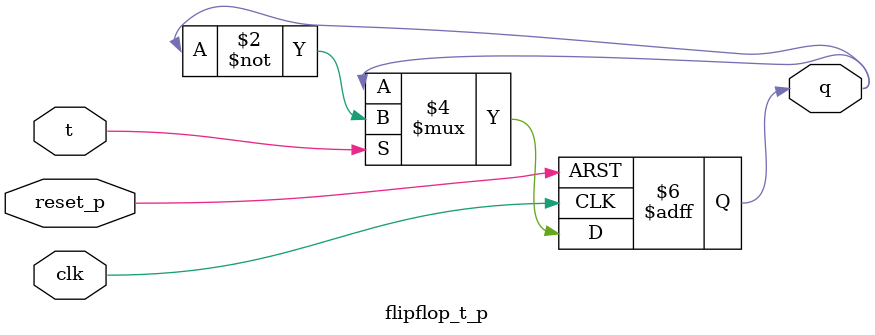
<source format=v>
`timescale 1ns / 1ps


module flipflop_t_p(
    input t, clk, reset_p,
    output reg q
    );

    always @(posedge clk, posedge reset_p) begin
        if(reset_p) q = 0;
        else if(t) q = ~q;
    end
endmodule
</source>
